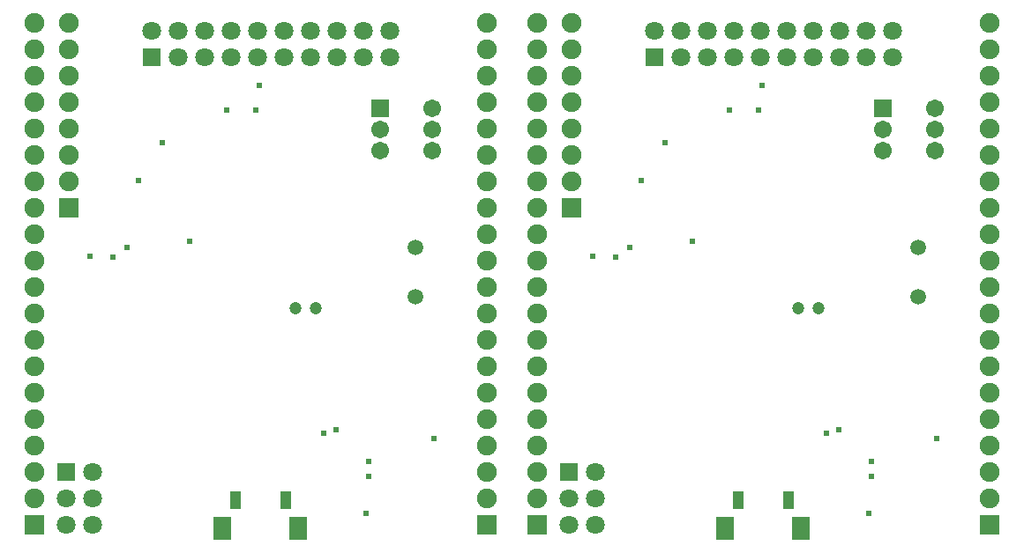
<source format=gbs>
G04*
G04 #@! TF.GenerationSoftware,Altium Limited,Altium Designer,19.0.4 (130)*
G04*
G04 Layer_Color=16711935*
%FSLAX24Y24*%
%MOIN*%
G70*
G01*
G75*
%ADD48C,0.0240*%
%ADD70R,0.0671X0.0867*%
%ADD71R,0.0395X0.0671*%
%ADD72C,0.0592*%
%ADD73C,0.0474*%
%ADD74C,0.0749*%
%ADD75R,0.0749X0.0749*%
%ADD76C,0.0710*%
%ADD77R,0.0710X0.0710*%
%ADD78R,0.0710X0.0710*%
%ADD79C,0.0671*%
%ADD80R,0.0671X0.0671*%
D48*
X27841Y27770D02*
D03*
X27380Y25250D02*
D03*
X31165Y30450D02*
D03*
X32380Y31370D02*
D03*
X32265Y30450D02*
D03*
X35280Y18330D02*
D03*
X36530Y16570D02*
D03*
X38980Y18010D02*
D03*
X34830Y18210D02*
D03*
X36530Y17130D02*
D03*
X36430Y15170D02*
D03*
X29761Y25483D02*
D03*
X28730Y29190D02*
D03*
X26850Y24860D02*
D03*
X25980Y24890D02*
D03*
X46841Y27770D02*
D03*
X46380Y25250D02*
D03*
X50165Y30450D02*
D03*
X51380Y31370D02*
D03*
X51265Y30450D02*
D03*
X54280Y18330D02*
D03*
X55530Y16570D02*
D03*
X57980Y18010D02*
D03*
X53830Y18210D02*
D03*
X55530Y17130D02*
D03*
X55430Y15170D02*
D03*
X48761Y25483D02*
D03*
X47730Y29190D02*
D03*
X45850Y24860D02*
D03*
X44980Y24890D02*
D03*
D70*
X33857Y14600D02*
D03*
X31003D02*
D03*
X52857D02*
D03*
X50003D02*
D03*
D71*
X31475Y15667D02*
D03*
X33385D02*
D03*
X50475D02*
D03*
X52385D02*
D03*
D72*
X38280Y23355D02*
D03*
Y25245D02*
D03*
X57280Y23355D02*
D03*
Y25245D02*
D03*
D73*
X34530Y22950D02*
D03*
X33743D02*
D03*
X53530D02*
D03*
X52743D02*
D03*
D74*
X25180Y31750D02*
D03*
Y30750D02*
D03*
Y29750D02*
D03*
Y28750D02*
D03*
Y27750D02*
D03*
Y32750D02*
D03*
Y33750D02*
D03*
X23887D02*
D03*
Y32750D02*
D03*
Y31750D02*
D03*
Y30750D02*
D03*
Y15750D02*
D03*
Y16750D02*
D03*
Y17750D02*
D03*
Y18750D02*
D03*
Y19750D02*
D03*
Y20750D02*
D03*
Y21750D02*
D03*
Y22750D02*
D03*
Y23750D02*
D03*
Y24750D02*
D03*
Y25750D02*
D03*
Y26750D02*
D03*
Y27750D02*
D03*
Y28750D02*
D03*
Y29750D02*
D03*
X40987Y33750D02*
D03*
Y32750D02*
D03*
Y31750D02*
D03*
Y30750D02*
D03*
Y15750D02*
D03*
Y16750D02*
D03*
Y17750D02*
D03*
Y18750D02*
D03*
Y19750D02*
D03*
Y20750D02*
D03*
Y21750D02*
D03*
Y22750D02*
D03*
Y23750D02*
D03*
Y24750D02*
D03*
Y25750D02*
D03*
Y26750D02*
D03*
Y27750D02*
D03*
Y28750D02*
D03*
Y29750D02*
D03*
X44180Y31750D02*
D03*
Y30750D02*
D03*
Y29750D02*
D03*
Y28750D02*
D03*
Y27750D02*
D03*
Y32750D02*
D03*
Y33750D02*
D03*
X42887D02*
D03*
Y32750D02*
D03*
Y31750D02*
D03*
Y30750D02*
D03*
Y15750D02*
D03*
Y16750D02*
D03*
Y17750D02*
D03*
Y18750D02*
D03*
Y19750D02*
D03*
Y20750D02*
D03*
Y21750D02*
D03*
Y22750D02*
D03*
Y23750D02*
D03*
Y24750D02*
D03*
Y25750D02*
D03*
Y26750D02*
D03*
Y27750D02*
D03*
Y28750D02*
D03*
Y29750D02*
D03*
X59987Y33750D02*
D03*
Y32750D02*
D03*
Y31750D02*
D03*
Y30750D02*
D03*
Y15750D02*
D03*
Y16750D02*
D03*
Y17750D02*
D03*
Y18750D02*
D03*
Y19750D02*
D03*
Y20750D02*
D03*
Y21750D02*
D03*
Y22750D02*
D03*
Y23750D02*
D03*
Y24750D02*
D03*
Y25750D02*
D03*
Y26750D02*
D03*
Y27750D02*
D03*
Y28750D02*
D03*
Y29750D02*
D03*
D75*
X25180Y26750D02*
D03*
X23887Y14750D02*
D03*
X40987D02*
D03*
X44180Y26750D02*
D03*
X42887Y14750D02*
D03*
X59987D02*
D03*
D76*
X36330Y33450D02*
D03*
Y32450D02*
D03*
X34330D02*
D03*
Y33450D02*
D03*
X33330D02*
D03*
Y32450D02*
D03*
X32330Y33450D02*
D03*
Y32450D02*
D03*
X31330Y33450D02*
D03*
Y32450D02*
D03*
X30330Y33450D02*
D03*
Y32450D02*
D03*
X29330Y33450D02*
D03*
Y32450D02*
D03*
X28330Y33450D02*
D03*
X35330Y32450D02*
D03*
Y33450D02*
D03*
X37330Y32450D02*
D03*
Y33450D02*
D03*
X26080Y16750D02*
D03*
X25080Y15750D02*
D03*
X26080D02*
D03*
X25080Y14750D02*
D03*
X26080D02*
D03*
X55330Y33450D02*
D03*
Y32450D02*
D03*
X53330D02*
D03*
Y33450D02*
D03*
X52330D02*
D03*
Y32450D02*
D03*
X51330Y33450D02*
D03*
Y32450D02*
D03*
X50330Y33450D02*
D03*
Y32450D02*
D03*
X49330Y33450D02*
D03*
Y32450D02*
D03*
X48330Y33450D02*
D03*
Y32450D02*
D03*
X47330Y33450D02*
D03*
X54330Y32450D02*
D03*
Y33450D02*
D03*
X56330Y32450D02*
D03*
Y33450D02*
D03*
X45080Y16750D02*
D03*
X44080Y15750D02*
D03*
X45080D02*
D03*
X44080Y14750D02*
D03*
X45080D02*
D03*
D77*
X28330Y32450D02*
D03*
X47330D02*
D03*
D78*
X25080Y16750D02*
D03*
X44080D02*
D03*
D79*
X38914Y29700D02*
D03*
Y30487D02*
D03*
X36946Y28913D02*
D03*
Y29700D02*
D03*
X38914Y28913D02*
D03*
X57914Y29700D02*
D03*
Y30487D02*
D03*
X55946Y28913D02*
D03*
Y29700D02*
D03*
X57914Y28913D02*
D03*
D80*
X36946Y30487D02*
D03*
X55946D02*
D03*
M02*

</source>
